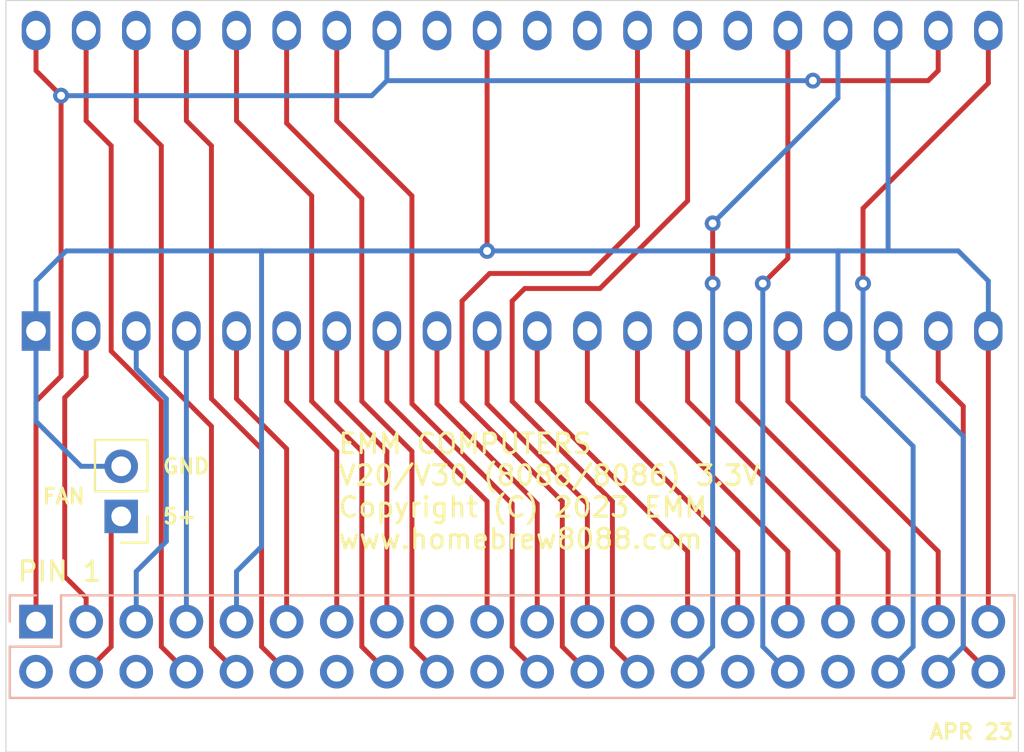
<source format=kicad_pcb>
(kicad_pcb (version 20221018) (generator pcbnew)
  (layers (0 "F.Cu" signal) (31 "B.Cu" signal) (34 "B.Paste" user) (35 "F.Paste" user) (36 "B.SilkS" user "B.Silkscreen") (37 "F.SilkS" user "F.Silkscreen") (38 "B.Mask" user) (39 "F.Mask" user) (44 "Edge.Cuts" user))
  (net 0 "")
  (net 1 "/5+")
  (net 2 "/GND")
  (net 3 "/A16")
  (net 4 "/A17")
  (net 5 "/A18")
  (net 6 "/A19")
  (net 7 "/IO_M")
  (net 8 "/RESET")
  (net 9 "/ALE")
  (net 10 "/AD7")
  (net 11 "/AD6")
  (net 12 "/AD5")
  (net 13 "/AD4")
  (net 14 "/AD3")
  (net 15 "/AD2")
  (net 16 "/AD1")
  (net 17 "/AD0")
  (net 18 "/CLK")
  (net 19 "/3.3V")
  (net 20 "/AD14")
  (net 21 "/AD12")
  (net 22 "/AD11")
  (net 23 "/AD10")
  (net 24 "/AD9")
  (net 25 "/AD8")
  (net 26 "/BHE")
  (net 27 "/AD15")
  (net 29 "/INTA")
  (net 30 "/INTR")
  (net 42 "/AD13")
  (net 43 "/DTR")
  (footprint "Socket:DIP_Socket-40_W11.9_W12.7_W15.24_W17.78_W18.5_3M_240-1280-00-0602J" (layer "F.Cu") (at 124.46 80.264 90)
    (fp_text reference "U1" hide)
    (fp_text value "8088_Min_Mode" hide)
    (pad "1" thru_hole rect (at 0 0 90) (size 2 1.44) (drill 1) (layers "*.Cu" "*.Mask") (net 2 "/GND"))
    (pad "2" thru_hole oval (at 0 2.54 90) (size 2 1.44) (drill 1) (layers "*.Cu" "*.Mask") (net 20 "/AD14"))
    (pad "3" thru_hole oval (at 0 5.08 90) (size 2 1.44) (drill 1) (layers "*.Cu" "*.Mask") (net 42 "/AD13"))
    (pad "4" thru_hole oval (at 0 7.62 90) (size 2 1.44) (drill 1) (layers "*.Cu" "*.Mask") (net 21 "/AD12"))
    (pad "5" thru_hole oval (at 0 10.16 90) (size 2 1.44) (drill 1) (layers "*.Cu" "*.Mask") (net 22 "/AD11"))
    (pad "6" thru_hole oval (at 0 12.7 90) (size 2 1.44) (drill 1) (layers "*.Cu" "*.Mask") (net 23 "/AD10"))
    (pad "7" thru_hole oval (at 0 15.24 90) (size 2 1.44) (drill 1) (layers "*.Cu" "*.Mask") (net 24 "/AD9"))
    (pad "8" thru_hole oval (at 0 17.78 90) (size 2 1.44) (drill 1) (layers "*.Cu" "*.Mask") (net 25 "/AD8"))
    (pad "9" thru_hole oval (at 0 20.32 90) (size 2 1.44) (drill 1) (layers "*.Cu" "*.Mask") (net 10 "/AD7"))
    (pad "10" thru_hole oval (at 0 22.86 90) (size 2 1.44) (drill 1) (layers "*.Cu" "*.Mask") (net 11 "/AD6"))
    (pad "11" thru_hole oval (at 0 25.4 90) (size 2 1.44) (drill 1) (layers "*.Cu" "*.Mask") (net 12 "/AD5"))
    (pad "12" thru_hole oval (at 0 27.94 90) (size 2 1.44) (drill 1) (layers "*.Cu" "*.Mask") (net 13 "/AD4"))
    (pad "13" thru_hole oval (at 0 30.48 90) (size 2 1.44) (drill 1) (layers "*.Cu" "*.Mask") (net 14 "/AD3"))
    (pad "14" thru_hole oval (at 0 33.02 90) (size 2 1.44) (drill 1) (layers "*.Cu" "*.Mask") (net 15 "/AD2"))
    (pad "15" thru_hole oval (at 0 35.56 90) (size 2 1.44) (drill 1) (layers "*.Cu" "*.Mask") (net 16 "/AD1"))
    (pad "16" thru_hole oval (at 0 38.1 90) (size 2 1.44) (drill 1) (layers "*.Cu" "*.Mask") (net 17 "/AD0"))
    (pad "17" thru_hole oval (at 0 40.64 90) (size 2 1.44) (drill 1) (layers "*.Cu" "*.Mask") (net 2 "/GND"))
    (pad "18" thru_hole oval (at 0 43.18 90) (size 2 1.44) (drill 1) (layers "*.Cu" "*.Mask") (net 30 "/INTR"))
    (pad "19" thru_hole oval (at 0 45.72 90) (size 2 1.44) (drill 1) (layers "*.Cu" "*.Mask") (net 18 "/CLK"))
    (pad "20" thru_hole oval (at 0 48.26 90) (size 2 1.44) (drill 1) (layers "*.Cu" "*.Mask") (net 2 "/GND"))
    (pad "21" thru_hole oval (at 15.24 48.26 90) (size 2 1.44) (drill 1) (layers "*.Cu" "*.Mask") (net 8 "/RESET"))
    (pad "22" thru_hole oval (at 15.24 45.72 90) (size 2 1.44) (drill 1) (layers "*.Cu" "*.Mask") (net 19 "/3.3V"))
    (pad "23" thru_hole oval (at 15.24 43.18 90) (size 2 1.44) (drill 1) (layers "*.Cu" "*.Mask") (net 2 "/GND"))
    (pad "24" thru_hole oval (at 15.24 40.64 90) (size 2 1.44) (drill 1) (layers "*.Cu" "*.Mask") (net 29 "/INTA"))
    (pad "25" thru_hole oval (at 15.24 38.1 90) (size 2 1.44) (drill 1) (layers "*.Cu" "*.Mask") (net 9 "/ALE"))
    (pad "26" thru_hole oval (at 15.24 35.56 90) (size 2 1.44) (drill 1) (layers "*.Cu" "*.Mask"))
    (pad "27" thru_hole oval (at 15.24 33.02 90) (size 2 1.44) (drill 1) (layers "*.Cu" "*.Mask") (net 43 "/DTR"))
    (pad "28" thru_hole oval (at 15.24 30.48 90) (size 2 1.44) (drill 1) (layers "*.Cu" "*.Mask") (net 7 "/IO_M"))
    (pad "29" thru_hole oval (at 15.24 27.94 90) (size 2 1.44) (drill 1) (layers "*.Cu" "*.Mask"))
    (pad "30" thru_hole oval (at 15.24 25.4 90) (size 2 1.44) (drill 1) (layers "*.Cu" "*.Mask"))
    (pad "31" thru_hole oval (at 15.24 22.86 90) (size 2 1.44) (drill 1) (layers "*.Cu" "*.Mask") (net 2 "/GND"))
    (pad "32" thru_hole oval (at 15.24 20.32 90) (size 2 1.44) (drill 1) (layers "*.Cu" "*.Mask"))
    (pad "33" thru_hole oval (at 15.24 17.78 90) (size 2 1.44) (drill 1) (layers "*.Cu" "*.Mask") (net 19 "/3.3V"))
    (pad "34" thru_hole oval (at 15.24 15.24 90) (size 2 1.44) (drill 1) (layers "*.Cu" "*.Mask") (net 26 "/BHE"))
    (pad "35" thru_hole oval (at 15.24 12.7 90) (size 2 1.44) (drill 1) (layers "*.Cu" "*.Mask") (net 6 "/A19"))
    (pad "36" thru_hole oval (at 15.24 10.16 90) (size 2 1.44) (drill 1) (layers "*.Cu" "*.Mask") (net 5 "/A18"))
    (pad "37" thru_hole oval (at 15.24 7.62 90) (size 2 1.44) (drill 1) (layers "*.Cu" "*.Mask") (net 4 "/A17"))
    (pad "38" thru_hole oval (at 15.24 5.08 90) (size 2 1.44) (drill 1) (layers "*.Cu" "*.Mask") (net 3 "/A16"))
    (pad "39" thru_hole oval (at 15.24 2.54 90) (size 2 1.44) (drill 1) (layers "*.Cu" "*.Mask") (net 27 "/AD15"))
    (pad "40" thru_hole oval (at 15.24 0 90) (size 2 1.44) (drill 1) (layers "*.Cu" "*.Mask") (net 19 "/3.3V"))
  )
  (footprint "Connector_PinHeader_2.54mm:PinHeader_1x02_P2.54mm_Vertical" (layer "F.Cu") (at 128.778 89.662 180)
    (fp_text reference "J2" hide)
    (fp_text value "Conn_01x02" hide)
    (fp_line (start -1.33 -1.33) (end 0 -1.33) (stroke (width 0.12)) (layer "F.SilkS"))
    (fp_line (start -1.33 0) (end -1.33 -1.33) (stroke (width 0.12)) (layer "F.SilkS"))
    (fp_line (start -1.33 1.27) (end -1.33 3.87) (stroke (width 0.12)) (layer "F.SilkS"))
    (fp_line (start -1.33 1.27) (end 1.33 1.27) (stroke (width 0.12)) (layer "F.SilkS"))
    (fp_line (start -1.33 3.87) (end 1.33 3.87) (stroke (width 0.12)) (layer "F.SilkS"))
    (fp_line (start 1.33 1.27) (end 1.33 3.87) (stroke (width 0.12)) (layer "F.SilkS"))
    (pad "1" thru_hole rect (at 0 0 180) (size 1.7 1.7) (drill 1) (layers "*.Cu" "*.Mask") (net 1 "/5+"))
    (pad "2" thru_hole oval (at 0 2.54 180) (size 1.7 1.7) (drill 1) (layers "*.Cu" "*.Mask") (net 2 "/GND"))
  )
  (footprint "Connector_PinHeader_2.54mm:PinHeader_2x20_P2.54mm_Vertical" (layer "B.Cu") (at 124.46 94.996 -90)
    (fp_text reference "J1" hide)
    (fp_text value "Raspberry_Pi_2_3" hide)
    (fp_line (start -1.33 -49.59) (end 3.87 -49.59) (stroke (width 0.12)) (layer "B.SilkS"))
    (fp_line (start -1.33 -1.27) (end -1.33 -49.59) (stroke (width 0.12)) (layer "B.SilkS"))
    (fp_line (start -1.33 -1.27) (end 1.27 -1.27) (stroke (width 0.12)) (layer "B.SilkS"))
    (fp_line (start -1.33 0) (end -1.33 1.33) (stroke (width 0.12)) (layer "B.SilkS"))
    (fp_line (start -1.33 1.33) (end 0 1.33) (stroke (width 0.12)) (layer "B.SilkS"))
    (fp_line (start 1.27 -1.27) (end 1.27 1.33) (stroke (width 0.12)) (layer "B.SilkS"))
    (fp_line (start 1.27 1.33) (end 3.87 1.33) (stroke (width 0.12)) (layer "B.SilkS"))
    (fp_line (start 3.87 1.33) (end 3.87 -49.59) (stroke (width 0.12)) (layer "B.SilkS"))
    (pad "1" thru_hole rect (at 0 0 270) (size 1.7 1.7) (drill 1) (layers "*.Cu" "*.Mask") (net 19 "/3.3V"))
    (pad "2" thru_hole oval (at 2.54 0 270) (size 1.7 1.7) (drill 1) (layers "*.Cu" "*.Mask"))
    (pad "3" thru_hole oval (at 0 -2.54 270) (size 1.7 1.7) (drill 1) (layers "*.Cu" "*.Mask") (net 20 "/AD14"))
    (pad "4" thru_hole oval (at 2.54 -2.54 270) (size 1.7 1.7) (drill 1) (layers "*.Cu" "*.Mask") (net 1 "/5+"))
    (pad "5" thru_hole oval (at 0 -5.08 270) (size 1.7 1.7) (drill 1) (layers "*.Cu" "*.Mask") (net 42 "/AD13"))
    (pad "6" thru_hole oval (at 2.54 -5.08 270) (size 1.7 1.7) (drill 1) (layers "*.Cu" "*.Mask"))
    (pad "7" thru_hole oval (at 0 -7.62 270) (size 1.7 1.7) (drill 1) (layers "*.Cu" "*.Mask") (net 21 "/AD12"))
    (pad "8" thru_hole oval (at 2.54 -7.62 270) (size 1.7 1.7) (drill 1) (layers "*.Cu" "*.Mask") (net 27 "/AD15"))
    (pad "9" thru_hole oval (at 0 -10.16 270) (size 1.7 1.7) (drill 1) (layers "*.Cu" "*.Mask") (net 2 "/GND"))
    (pad "10" thru_hole oval (at 2.54 -10.16 270) (size 1.7 1.7) (drill 1) (layers "*.Cu" "*.Mask") (net 3 "/A16"))
    (pad "11" thru_hole oval (at 0 -12.7 270) (size 1.7 1.7) (drill 1) (layers "*.Cu" "*.Mask") (net 22 "/AD11"))
    (pad "12" thru_hole oval (at 2.54 -12.7 270) (size 1.7 1.7) (drill 1) (layers "*.Cu" "*.Mask") (net 4 "/A17"))
    (pad "13" thru_hole oval (at 0 -15.24 270) (size 1.7 1.7) (drill 1) (layers "*.Cu" "*.Mask") (net 23 "/AD10"))
    (pad "14" thru_hole oval (at 2.54 -15.24 270) (size 1.7 1.7) (drill 1) (layers "*.Cu" "*.Mask"))
    (pad "15" thru_hole oval (at 0 -17.78 270) (size 1.7 1.7) (drill 1) (layers "*.Cu" "*.Mask") (net 24 "/AD9"))
    (pad "16" thru_hole oval (at 2.54 -17.78 270) (size 1.7 1.7) (drill 1) (layers "*.Cu" "*.Mask") (net 5 "/A18"))
    (pad "17" thru_hole oval (at 0 -20.32 270) (size 1.7 1.7) (drill 1) (layers "*.Cu" "*.Mask"))
    (pad "18" thru_hole oval (at 2.54 -20.32 270) (size 1.7 1.7) (drill 1) (layers "*.Cu" "*.Mask") (net 6 "/A19"))
    (pad "19" thru_hole oval (at 0 -22.86 270) (size 1.7 1.7) (drill 1) (layers "*.Cu" "*.Mask") (net 25 "/AD8"))
    (pad "20" thru_hole oval (at 2.54 -22.86 270) (size 1.7 1.7) (drill 1) (layers "*.Cu" "*.Mask"))
    (pad "21" thru_hole oval (at 0 -25.4 270) (size 1.7 1.7) (drill 1) (layers "*.Cu" "*.Mask") (net 10 "/AD7"))
    (pad "22" thru_hole oval (at 2.54 -25.4 270) (size 1.7 1.7) (drill 1) (layers "*.Cu" "*.Mask") (net 26 "/BHE"))
    (pad "23" thru_hole oval (at 0 -27.94 270) (size 1.7 1.7) (drill 1) (layers "*.Cu" "*.Mask") (net 11 "/AD6"))
    (pad "24" thru_hole oval (at 2.54 -27.94 270) (size 1.7 1.7) (drill 1) (layers "*.Cu" "*.Mask") (net 7 "/IO_M"))
    (pad "25" thru_hole oval (at 0 -30.48 270) (size 1.7 1.7) (drill 1) (layers "*.Cu" "*.Mask"))
    (pad "26" thru_hole oval (at 2.54 -30.48 270) (size 1.7 1.7) (drill 1) (layers "*.Cu" "*.Mask") (net 43 "/DTR"))
    (pad "27" thru_hole oval (at 0 -33.02 270) (size 1.7 1.7) (drill 1) (layers "*.Cu" "*.Mask") (net 12 "/AD5"))
    (pad "28" thru_hole oval (at 2.54 -33.02 270) (size 1.7 1.7) (drill 1) (layers "*.Cu" "*.Mask") (net 29 "/INTA"))
    (pad "29" thru_hole oval (at 0 -35.56 270) (size 1.7 1.7) (drill 1) (layers "*.Cu" "*.Mask") (net 13 "/AD4"))
    (pad "30" thru_hole oval (at 2.54 -35.56 270) (size 1.7 1.7) (drill 1) (layers "*.Cu" "*.Mask"))
    (pad "31" thru_hole oval (at 0 -38.1 270) (size 1.7 1.7) (drill 1) (layers "*.Cu" "*.Mask") (net 14 "/AD3"))
    (pad "32" thru_hole oval (at 2.54 -38.1 270) (size 1.7 1.7) (drill 1) (layers "*.Cu" "*.Mask") (net 9 "/ALE"))
    (pad "33" thru_hole oval (at 0 -40.64 270) (size 1.7 1.7) (drill 1) (layers "*.Cu" "*.Mask") (net 15 "/AD2"))
    (pad "34" thru_hole oval (at 2.54 -40.64 270) (size 1.7 1.7) (drill 1) (layers "*.Cu" "*.Mask"))
    (pad "35" thru_hole oval (at 0 -43.18 270) (size 1.7 1.7) (drill 1) (layers "*.Cu" "*.Mask") (net 16 "/AD1"))
    (pad "36" thru_hole oval (at 2.54 -43.18 270) (size 1.7 1.7) (drill 1) (layers "*.Cu" "*.Mask") (net 8 "/RESET"))
    (pad "37" thru_hole oval (at 0 -45.72 270) (size 1.7 1.7) (drill 1) (layers "*.Cu" "*.Mask") (net 17 "/AD0"))
    (pad "38" thru_hole oval (at 2.54 -45.72 270) (size 1.7 1.7) (drill 1) (layers "*.Cu" "*.Mask") (net 30 "/INTR"))
    (pad "39" thru_hole oval (at 0 -48.26 270) (size 1.7 1.7) (drill 1) (layers "*.Cu" "*.Mask") (net 2 "/GND"))
    (pad "40" thru_hole oval (at 2.54 -48.26 270) (size 1.7 1.7) (drill 1) (layers "*.Cu" "*.Mask") (net 18 "/CLK"))
  )
  (gr_line (start 122.936 64.008) (end 122.936 101.6) (stroke (width 0.05)) (layer "Edge.Cuts"))
  (gr_line (start 174.244 101.6) (end 174.244 64.008) (stroke (width 0.05)) (layer "Edge.Cuts"))
  (gr_line (start 122.936 63.5) (end 122.936 64.008) (stroke (width 0.05)) (layer "Edge.Cuts"))
  (gr_line (start 174.244 64.008) (end 174.244 63.5) (stroke (width 0.05)) (layer "Edge.Cuts"))
  (gr_line (start 174.244 63.5) (end 122.936 63.5) (stroke (width 0.05)) (layer "Edge.Cuts"))
  (gr_line (start 122.936 101.6) (end 174.244 101.6) (stroke (width 0.05)) (layer "Edge.Cuts"))
  (gr_text "GND\n" (at 130.81 87.122) (layer "F.SilkS") (effects (font (size 0.762 0.762)) (justify left)))
  (gr_text "PIN 1" (at 123.444 92.456) (layer "F.SilkS") (effects (font (size 1 1)) (justify left)))
  (gr_text "FAN" (at 124.714 88.646) (layer "F.SilkS") (effects (font (size 0.762 0.762)) (justify left)))
  (gr_text "APR 23" (at 169.672 100.584) (layer "F.SilkS") (effects (font (size 0.762 0.762)) (justify left)))
  (gr_text "EMM COMPUTERS\nV20/V30 (8088/8086) 3.3V \nCopyright (C) 2023 EMM\nwww.homebrew8088.com" (at 139.7 88.392) (layer "F.SilkS") (effects (font (size 1 1)) (justify left)))
  (gr_text "5+" (at 130.81 89.662) (layer "F.SilkS") (effects (font (size 0.762 0.762)) (justify left)))
  (segment (start 128.27 96.266) (end 127 97.536) (width 0.25) (layer "F.Cu") (net 1))
  (segment (start 128.27 90.17) (end 128.27 96.266) (width 0.25) (layer "F.Cu") (net 1))
  (segment (start 128.778 89.662) (end 128.27 90.17) (width 0.25) (layer "F.Cu") (net 1))
  (segment (start 147.32 76.073) (end 147.32 65.024) (width 0.25) (layer "F.Cu") (net 2))
  (segment (start 172.72 80.264) (end 172.72 94.996) (width 0.25) (layer "F.Cu") (net 2))
  (via (at 147.32 76.2) (size 0.8) (drill 0.4) (layers "F.Cu" "B.Cu") (net 2))
  (segment (start 147.32 76.2) (end 165.1 76.2) (width 0.25) (layer "B.Cu") (net 2))
  (segment (start 171.196 76.2) (end 172.72 77.724) (width 0.25) (layer "B.Cu") (net 2))
  (segment (start 125.984 76.2) (end 135.89 76.2) (width 0.25) (layer "B.Cu") (net 2))
  (segment (start 126.746 87.122) (end 128.778 87.122) (width 0.25) (layer "B.Cu") (net 2))
  (segment (start 165.1 80.264) (end 165.1 76.2) (width 0.25) (layer "B.Cu") (net 2))
  (segment (start 124.46 80.264) (end 124.46 84.836) (width 0.25) (layer "B.Cu") (net 2))
  (segment (start 167.64 65.024) (end 167.64 76.2) (width 0.25) (layer "B.Cu") (net 2))
  (segment (start 124.46 80.264) (end 124.46 77.724) (width 0.25) (layer "B.Cu") (net 2))
  (segment (start 135.89 76.2) (end 147.32 76.2) (width 0.25) (layer "B.Cu") (net 2))
  (segment (start 124.46 84.836) (end 126.746 87.122) (width 0.25) (layer "B.Cu") (net 2))
  (segment (start 172.72 77.724) (end 172.72 80.264) (width 0.25) (layer "B.Cu") (net 2))
  (segment (start 135.89 91.186) (end 135.89 76.2) (width 0.25) (layer "B.Cu") (net 2))
  (segment (start 134.62 94.996) (end 134.62 92.456) (width 0.25) (layer "B.Cu") (net 2))
  (segment (start 165.1 76.2) (end 167.64 76.2) (width 0.25) (layer "B.Cu") (net 2))
  (segment (start 167.64 76.2) (end 171.196 76.2) (width 0.25) (layer "B.Cu") (net 2))
  (segment (start 124.46 77.724) (end 125.984 76.2) (width 0.25) (layer "B.Cu") (net 2))
  (segment (start 134.62 92.456) (end 135.89 91.186) (width 0.25) (layer "B.Cu") (net 2))
  (segment (start 130.81 70.866) (end 129.54 69.596) (width 0.25) (layer "F.Cu") (net 3))
  (segment (start 134.62 97.536) (end 133.35 96.266) (width 0.25) (layer "F.Cu") (net 3))
  (segment (start 133.35 85.09) (end 130.81 82.55) (width 0.25) (layer "F.Cu") (net 3))
  (segment (start 129.54 69.596) (end 129.54 65.024) (width 0.25) (layer "F.Cu") (net 3))
  (segment (start 133.35 96.266) (end 133.35 85.09) (width 0.25) (layer "F.Cu") (net 3))
  (segment (start 130.81 82.55) (end 130.81 70.866) (width 0.25) (layer "F.Cu") (net 3))
  (segment (start 135.89 86.233) (end 135.89 96.266) (width 0.25) (layer "F.Cu") (net 4))
  (segment (start 132.08 69.596) (end 133.35 70.866) (width 0.25) (layer "F.Cu") (net 4))
  (segment (start 133.35 70.866) (end 133.35 83.693) (width 0.25) (layer "F.Cu") (net 4))
  (segment (start 132.08 65.024) (end 132.08 69.596) (width 0.25) (layer "F.Cu") (net 4))
  (segment (start 133.35 83.693) (end 135.89 86.233) (width 0.25) (layer "F.Cu") (net 4))
  (segment (start 135.89 96.266) (end 137.16 97.536) (width 0.25) (layer "F.Cu") (net 4))
  (segment (start 134.62 69.596) (end 138.43 73.406) (width 0.25) (layer "F.Cu") (net 5))
  (segment (start 134.62 65.024) (end 134.62 69.596) (width 0.25) (layer "F.Cu") (net 5))
  (segment (start 138.43 73.406) (end 138.43 83.82) (width 0.25) (layer "F.Cu") (net 5))
  (segment (start 138.43 83.82) (end 140.97 86.36) (width 0.25) (layer "F.Cu") (net 5))
  (segment (start 140.97 96.266) (end 142.24 97.536) (width 0.25) (layer "F.Cu") (net 5))
  (segment (start 140.97 86.36) (end 140.97 96.266) (width 0.25) (layer "F.Cu") (net 5))
  (segment (start 140.97 73.533) (end 137.16 69.723) (width 0.25) (layer "F.Cu") (net 6))
  (segment (start 143.51 86.868) (end 143.51 86.36) (width 0.25) (layer "F.Cu") (net 6))
  (segment (start 143.51 96.266) (end 143.51 86.614) (width 0.25) (layer "F.Cu") (net 6))
  (segment (start 144.78 97.536) (end 143.51 96.266) (width 0.25) (layer "F.Cu") (net 6))
  (segment (start 143.51 86.36) (end 140.97 83.82) (width 0.25) (layer "F.Cu") (net 6))
  (segment (start 137.16 69.723) (end 137.16 65.024) (width 0.25) (layer "F.Cu") (net 6))
  (segment (start 140.97 83.82) (end 140.97 73.533) (width 0.25) (layer "F.Cu") (net 6))
  (segment (start 154.94 74.93) (end 154.94 65.024) (width 0.25) (layer "F.Cu") (net 7))
  (segment (start 147.447 77.343) (end 152.527 77.343) (width 0.25) (layer "F.Cu") (net 7))
  (segment (start 146.05 78.74) (end 147.447 77.343) (width 0.25) (layer "F.Cu") (net 7))
  (segment (start 151.13 96.266) (end 151.13 88.9) (width 0.25) (layer "F.Cu") (net 7))
  (segment (start 152.527 77.343) (end 154.94 74.93) (width 0.25) (layer "F.Cu") (net 7))
  (segment (start 151.13 88.9) (end 146.05 83.82) (width 0.25) (layer "F.Cu") (net 7))
  (segment (start 146.05 83.82) (end 146.05 78.74) (width 0.25) (layer "F.Cu") (net 7))
  (segment (start 152.4 97.536) (end 151.13 96.266) (width 0.25) (layer "F.Cu") (net 7))
  (segment (start 166.37 74.041) (end 172.72 67.691) (width 0.25) (layer "F.Cu") (net 8))
  (segment (start 166.37 77.851) (end 166.37 74.041) (width 0.25) (layer "F.Cu") (net 8))
  (segment (start 172.72 65.024) (end 172.72 67.691) (width 0.25) (layer "F.Cu") (net 8))
  (via (at 166.37 77.851) (size 0.8) (drill 0.4) (layers "F.Cu" "B.Cu") (net 8))
  (segment (start 168.91 86.106) (end 166.37 83.566) (width 0.25) (layer "B.Cu") (net 8))
  (segment (start 168.91 96.266) (end 168.91 86.106) (width 0.25) (layer "B.Cu") (net 8))
  (segment (start 166.37 77.978) (end 166.37 77.851) (width 0.25) (layer "B.Cu") (net 8))
  (segment (start 166.37 83.566) (end 166.37 77.978) (width 0.25) (layer "B.Cu") (net 8))
  (segment (start 167.64 97.536) (end 168.91 96.266) (width 0.25) (layer "B.Cu") (net 8))
  (segment (start 162.56 76.581) (end 161.29 77.851) (width 0.25) (layer "F.Cu") (net 9))
  (segment (start 162.56 65.024) (end 162.56 76.581) (width 0.25) (layer "F.Cu") (net 9))
  (via (at 161.29 77.851) (size 0.8) (drill 0.4) (layers "F.Cu" "B.Cu") (net 9))
  (segment (start 161.29 96.266) (end 161.29 77.851) (width 0.25) (layer "B.Cu") (net 9))
  (segment (start 162.56 97.536) (end 161.29 96.266) (width 0.25) (layer "B.Cu") (net 9))
  (segment (start 144.78 83.947) (end 144.78 80.264) (width 0.25) (layer "F.Cu") (net 10))
  (segment (start 149.86 89.027) (end 144.78 83.947) (width 0.25) (layer "F.Cu") (net 10))
  (segment (start 149.86 94.996) (end 149.86 89.027) (width 0.25) (layer "F.Cu") (net 10))
  (segment (start 152.4 89.027) (end 147.32 83.947) (width 0.25) (layer "F.Cu") (net 11))
  (segment (start 147.32 83.947) (end 147.32 80.264) (width 0.25) (layer "F.Cu") (net 11))
  (segment (start 152.4 94.996) (end 152.4 89.027) (width 0.25) (layer "F.Cu") (net 11))
  (segment (start 157.48 94.996) (end 157.48 91.44) (width 0.25) (layer "F.Cu") (net 12))
  (segment (start 149.86 83.82) (end 149.86 80.264) (width 0.25) (layer "F.Cu") (net 12))
  (segment (start 157.48 91.44) (end 149.86 83.82) (width 0.25) (layer "F.Cu") (net 12))
  (segment (start 160.02 91.44) (end 152.4 83.82) (width 0.25) (layer "F.Cu") (net 13))
  (segment (start 160.02 94.996) (end 160.02 91.44) (width 0.25) (layer "F.Cu") (net 13))
  (segment (start 152.4 83.82) (end 152.4 80.264) (width 0.25) (layer "F.Cu") (net 13))
  (segment (start 162.56 91.44) (end 154.94 83.82) (width 0.25) (layer "F.Cu") (net 14))
  (segment (start 154.94 83.82) (end 154.94 80.264) (width 0.25) (layer "F.Cu") (net 14))
  (segment (start 162.56 94.996) (end 162.56 91.44) (width 0.25) (layer "F.Cu") (net 14))
  (segment (start 165.1 94.996) (end 165.1 91.44) (width 0.25) (layer "F.Cu") (net 15))
  (segment (start 165.1 91.44) (end 157.48 83.82) (width 0.25) (layer "F.Cu") (net 15))
  (segment (start 157.48 83.82) (end 157.48 80.264) (width 0.25) (layer "F.Cu") (net 15))
  (segment (start 160.02 83.82) (end 160.02 80.264) (width 0.25) (layer "F.Cu") (net 16))
  (segment (start 167.64 91.44) (end 160.02 83.82) (width 0.25) (layer "F.Cu") (net 16))
  (segment (start 167.64 94.996) (end 167.64 91.44) (width 0.25) (layer "F.Cu") (net 16))
  (segment (start 170.18 94.996) (end 170.18 91.44) (width 0.25) (layer "F.Cu") (net 17))
  (segment (start 162.56 83.82) (end 162.56 80.264) (width 0.25) (layer "F.Cu") (net 17))
  (segment (start 170.18 91.44) (end 162.56 83.82) (width 0.25) (layer "F.Cu") (net 17))
  (segment (start 170.18 82.804) (end 170.18 80.264) (width 0.25) (layer "F.Cu") (net 18))
  (segment (start 172.72 97.536) (end 171.45 96.266) (width 0.25) (layer "F.Cu") (net 18))
  (segment (start 171.45 84.074) (end 170.18 82.804) (width 0.25) (layer "F.Cu") (net 18))
  (segment (start 171.45 96.266) (end 171.45 84.074) (width 0.25) (layer "F.Cu") (net 18))
  (segment (start 125.73 68.326) (end 124.46 67.056) (width 0.25) (layer "F.Cu") (net 19))
  (segment (start 125.73 82.55) (end 125.73 68.326) (width 0.25) (layer "F.Cu") (net 19))
  (segment (start 124.46 83.82) (end 125.73 82.55) (width 0.25) (layer "F.Cu") (net 19))
  (segment (start 170.18 67.056) (end 170.18 65.024) (width 0.25) (layer "F.Cu") (net 19))
  (segment (start 163.83 67.564) (end 169.672 67.564) (width 0.25) (layer "F.Cu") (net 19))
  (segment (start 169.672 67.564) (end 170.18 67.056) (width 0.25) (layer "F.Cu") (net 19))
  (segment (start 124.46 67.056) (end 124.46 65.024) (width 0.25) (layer "F.Cu") (net 19))
  (segment (start 124.46 94.996) (end 124.46 83.82) (width 0.25) (layer "F.Cu") (net 19))
  (via (at 125.73 68.326) (size 0.8) (drill 0.4) (layers "F.Cu" "B.Cu") (net 19))
  (via (at 163.83 67.564) (size 0.8) (drill 0.4) (layers "F.Cu" "B.Cu") (net 19))
  (segment (start 125.73 68.326) (end 141.478 68.326) (width 0.25) (layer "B.Cu") (net 19))
  (segment (start 142.24 67.564) (end 142.24 65.024) (width 0.25) (layer "B.Cu") (net 19))
  (segment (start 142.24 67.564) (end 163.83 67.564) (width 0.25) (layer "B.Cu") (net 19))
  (segment (start 141.478 68.326) (end 142.24 67.564) (width 0.25) (layer "B.Cu") (net 19))
  (segment (start 127 94.996) (end 127 93.793919) (width 0.25) (layer "F.Cu") (net 20))
  (segment (start 127 93.793919) (end 125.916081 92.71) (width 0.25) (layer "F.Cu") (net 20))
  (segment (start 125.916081 92.71) (end 125.916081 83.633919) (width 0.25) (layer "F.Cu") (net 20))
  (segment (start 127 82.55) (end 127 80.264) (width 0.25) (layer "F.Cu") (net 20))
  (segment (start 125.916081 83.633919) (end 127 82.55) (width 0.25) (layer "F.Cu") (net 20))
  (segment (start 132.08 80.264) (end 132.08 94.996) (width 0.25) (layer "B.Cu") (net 21))
  (segment (start 134.62 83.693) (end 134.62 80.264) (width 0.25) (layer "F.Cu") (net 22))
  (segment (start 137.16 86.233) (end 134.62 83.693) (width 0.25) (layer "F.Cu") (net 22))
  (segment (start 137.16 94.996) (end 137.16 86.233) (width 0.25) (layer "F.Cu") (net 22))
  (segment (start 139.7 86.36) (end 137.16 83.82) (width 0.25) (layer "F.Cu") (net 23))
  (segment (start 139.7 94.996) (end 139.7 86.36) (width 0.25) (layer "F.Cu") (net 23))
  (segment (start 137.16 83.82) (end 137.16 80.264) (width 0.25) (layer "F.Cu") (net 23))
  (segment (start 142.24 86.36) (end 139.7 83.82) (width 0.25) (layer "F.Cu") (net 24))
  (segment (start 142.24 94.996) (end 142.24 86.36) (width 0.25) (layer "F.Cu") (net 24))
  (segment (start 139.7 83.82) (end 139.7 80.264) (width 0.25) (layer "F.Cu") (net 24))
  (segment (start 142.24 83.82) (end 142.24 80.264) (width 0.25) (layer "F.Cu") (net 25))
  (segment (start 147.32 88.9) (end 142.24 83.82) (width 0.25) (layer "F.Cu") (net 25))
  (segment (start 147.32 94.996) (end 147.32 88.9) (width 0.25) (layer "F.Cu") (net 25))
  (segment (start 143.51 73.406) (end 143.51 83.947) (width 0.25) (layer "F.Cu") (net 26))
  (segment (start 139.7 65.024) (end 139.7 69.596) (width 0.25) (layer "F.Cu") (net 26))
  (segment (start 148.59 96.266) (end 149.86 97.536) (width 0.25) (layer "F.Cu") (net 26))
  (segment (start 139.7 69.596) (end 143.51 73.406) (width 0.25) (layer "F.Cu") (net 26))
  (segment (start 148.59 89.027) (end 148.59 96.266) (width 0.25) (layer "F.Cu") (net 26))
  (segment (start 143.51 83.947) (end 148.59 89.027) (width 0.25) (layer "F.Cu") (net 26))
  (segment (start 127 69.596) (end 128.27 70.866) (width 0.25) (layer "F.Cu") (net 27))
  (segment (start 127 65.024) (end 127 69.596) (width 0.25) (layer "F.Cu") (net 27))
  (segment (start 128.27 70.866) (end 128.27 81.28) (width 0.25) (layer "F.Cu") (net 27))
  (segment (start 130.81 83.82) (end 130.81 96.266) (width 0.25) (layer "F.Cu") (net 27))
  (segment (start 128.27 81.28) (end 130.81 83.82) (width 0.25) (layer "F.Cu") (net 27))
  (segment (start 130.81 96.266) (end 132.08 97.536) (width 0.25) (layer "F.Cu") (net 27))
  (segment (start 158.75 74.803) (end 158.75 77.851) (width 0.25) (layer "F.Cu") (net 29))
  (via (at 158.75 77.851) (size 0.8) (drill 0.4) (layers "F.Cu" "B.Cu") (net 29))
  (via (at 158.75 74.803) (size 0.8) (drill 0.4) (layers "F.Cu" "B.Cu") (net 29))
  (segment (start 165.1 65.024) (end 165.1 68.453) (width 0.25) (layer "B.Cu") (net 29))
  (segment (start 157.48 97.536) (end 158.75 96.266) (width 0.25) (layer "B.Cu") (net 29))
  (segment (start 165.1 68.453) (end 158.75 74.803) (width 0.25) (layer "B.Cu") (net 29))
  (segment (start 158.75 96.266) (end 158.75 77.851) (width 0.25) (layer "B.Cu") (net 29))
  (segment (start 167.64 80.264) (end 167.64 81.788) (width 0.25) (layer "B.Cu") (net 30))
  (segment (start 167.64 81.788) (end 171.45 85.598) (width 0.25) (layer "B.Cu") (net 30))
  (segment (start 171.45 96.266) (end 170.18 97.536) (width 0.25) (layer "B.Cu") (net 30))
  (segment (start 171.45 85.598) (end 171.45 96.266) (width 0.25) (layer "B.Cu") (net 30))
  (segment (start 129.54 82.169) (end 131.064 83.693) (width 0.25) (layer "B.Cu") (net 42))
  (segment (start 129.54 80.264) (end 129.54 82.169) (width 0.25) (layer "B.Cu") (net 42))
  (segment (start 131.064 83.693) (end 131.064 90.932) (width 0.25) (layer "B.Cu") (net 42))
  (segment (start 131.064 90.932) (end 129.54 92.456) (width 0.25) (layer "B.Cu") (net 42))
  (segment (start 129.54 92.456) (end 129.54 94.996) (width 0.25) (layer "B.Cu") (net 42))
  (segment (start 148.59 83.82) (end 153.67 88.9) (width 0.25) (layer "F.Cu") (net 43))
  (segment (start 157.48 65.024) (end 157.48 73.66) (width 0.25) (layer "F.Cu") (net 43))
  (segment (start 153.67 88.9) (end 153.67 96.266) (width 0.25) (layer "F.Cu") (net 43))
  (segment (start 157.48 73.66) (end 153.035 78.105) (width 0.25) (layer "F.Cu") (net 43))
  (segment (start 148.59 78.74) (end 148.59 83.82) (width 0.25) (layer "F.Cu") (net 43))
  (segment (start 149.225 78.105) (end 148.59 78.74) (width 0.25) (layer "F.Cu") (net 43))
  (segment (start 153.67 96.266) (end 154.94 97.536) (width 0.25) (layer "F.Cu") (net 43))
  (segment (start 153.035 78.105) (end 149.225 78.105) (width 0.25) (layer "F.Cu") (net 43))
)
</source>
